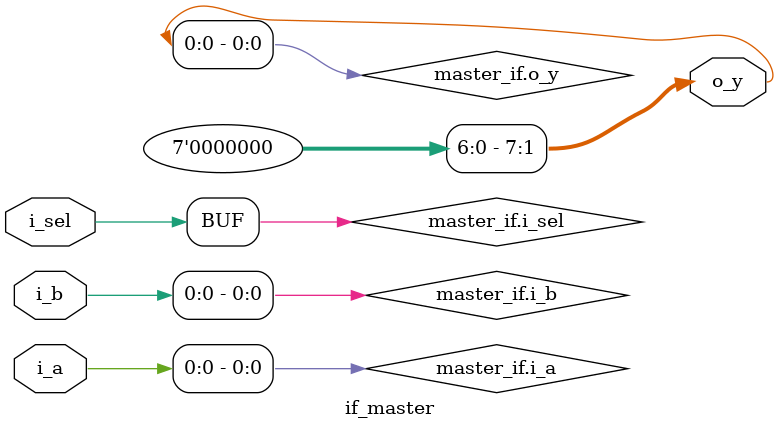
<source format=sv>
module if_master #(
  parameter int DATA_WITH = 8
) (
  input logic [DATA_WITH-1:0] i_a,
  input logic [DATA_WITH-1:0] i_b,
  input logic                 i_sel,

  output logic [DATA_WITH-1:0] o_y,

  mux_if.master_ports master_if
);

  // modport master_ports(output i_a, output i_b, output i_sel, input o_y);
  assign master_if.i_a   = i_a;
  assign master_if.i_b   = i_b;
  assign master_if.i_sel = i_sel;
  assign o_y             = master_if.o_y;

endmodule

</source>
